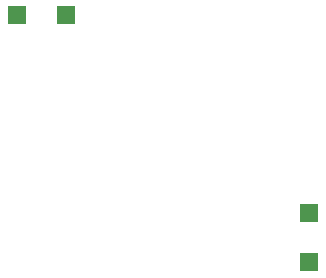
<source format=gbp>
G04*
G04 #@! TF.GenerationSoftware,Altium Limited,Altium Designer,18.1.3 (115)*
G04*
G04 Layer_Color=128*
%FSAX25Y25*%
%MOIN*%
G70*
G01*
G75*
%ADD97R,0.06000X0.06000*%
%ADD98R,0.06000X0.06000*%
D97*
X0248416Y0479916D02*
D03*
X0264916D02*
D03*
D98*
X0345816Y0414116D02*
D03*
Y0397616D02*
D03*
M02*

</source>
